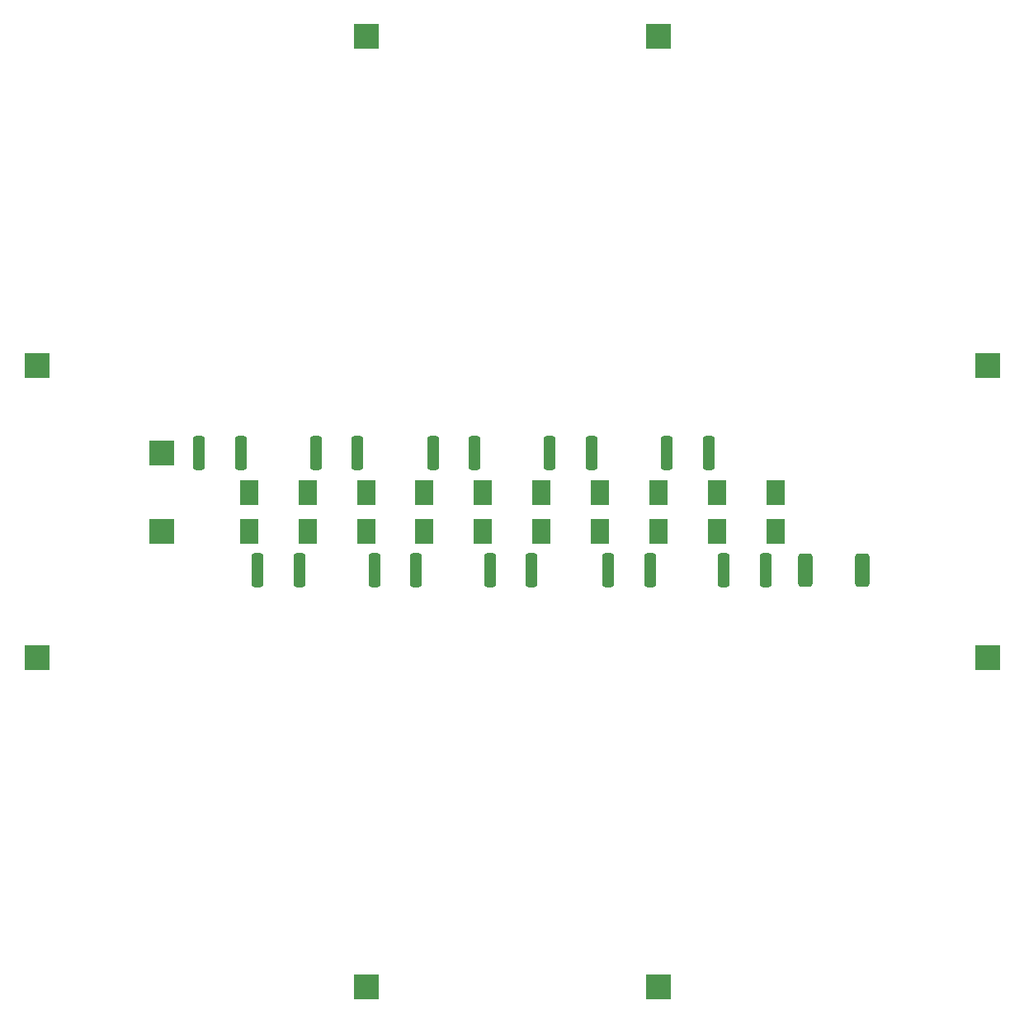
<source format=gbs>
G04 #@! TF.GenerationSoftware,KiCad,Pcbnew,6.0.0-d3dd2cf0fa~116~ubuntu20.04.1*
G04 #@! TF.CreationDate,2022-01-09T22:45:00+01:00*
G04 #@! TF.ProjectId,Statikplatte,53746174-696b-4706-9c61-7474652e6b69,rev?*
G04 #@! TF.SameCoordinates,Original*
G04 #@! TF.FileFunction,Soldermask,Bot*
G04 #@! TF.FilePolarity,Negative*
%FSLAX46Y46*%
G04 Gerber Fmt 4.6, Leading zero omitted, Abs format (unit mm)*
G04 Created by KiCad (PCBNEW 6.0.0-d3dd2cf0fa~116~ubuntu20.04.1) date 2022-01-09 22:45:00*
%MOMM*%
%LPD*%
G01*
G04 APERTURE LIST*
G04 Aperture macros list*
%AMRoundRect*
0 Rectangle with rounded corners*
0 $1 Rounding radius*
0 $2 $3 $4 $5 $6 $7 $8 $9 X,Y pos of 4 corners*
0 Add a 4 corners polygon primitive as box body*
4,1,4,$2,$3,$4,$5,$6,$7,$8,$9,$2,$3,0*
0 Add four circle primitives for the rounded corners*
1,1,$1+$1,$2,$3*
1,1,$1+$1,$4,$5*
1,1,$1+$1,$6,$7*
1,1,$1+$1,$8,$9*
0 Add four rect primitives between the rounded corners*
20,1,$1+$1,$2,$3,$4,$5,0*
20,1,$1+$1,$4,$5,$6,$7,0*
20,1,$1+$1,$6,$7,$8,$9,0*
20,1,$1+$1,$8,$9,$2,$3,0*%
G04 Aperture macros list end*
%ADD10RoundRect,0.301000X0.312500X1.450000X-0.312500X1.450000X-0.312500X-1.450000X0.312500X-1.450000X0*%
%ADD11RoundRect,0.051000X1.250000X1.250000X-1.250000X1.250000X-1.250000X-1.250000X1.250000X-1.250000X0*%
%ADD12RoundRect,0.051000X0.850000X-1.250000X0.850000X1.250000X-0.850000X1.250000X-0.850000X-1.250000X0*%
%ADD13RoundRect,0.051000X-0.850000X1.250000X-0.850000X-1.250000X0.850000X-1.250000X0.850000X1.250000X0*%
%ADD14RoundRect,0.301000X0.425000X1.425000X-0.425000X1.425000X-0.425000X-1.425000X0.425000X-1.425000X0*%
G04 APERTURE END LIST*
D10*
X123862500Y-106000000D03*
X128137500Y-106000000D03*
X129862500Y-94000000D03*
X134137500Y-94000000D03*
X135862500Y-106000000D03*
X140137500Y-106000000D03*
X141862500Y-94000000D03*
X146137500Y-94000000D03*
X147725000Y-106000000D03*
X152000000Y-106000000D03*
X153862500Y-94000000D03*
X158137500Y-94000000D03*
X159862500Y-106000000D03*
X164137500Y-106000000D03*
X165862500Y-94000000D03*
X170137500Y-94000000D03*
X171725000Y-106000000D03*
X176000000Y-106000000D03*
D11*
X114000000Y-94000000D03*
X135000000Y-148750000D03*
X114000000Y-102000000D03*
X198750000Y-85000000D03*
X135000000Y-51250000D03*
X165000000Y-148750000D03*
X165000000Y-51250000D03*
X198750000Y-115000000D03*
X101250000Y-115000000D03*
X101250000Y-85000000D03*
D12*
X177000000Y-98000000D03*
X177000000Y-102000000D03*
X129000000Y-97999999D03*
X129000000Y-101999999D03*
D13*
X135000000Y-102000000D03*
X135000000Y-98000000D03*
D12*
X141000000Y-98000000D03*
X141000000Y-102000000D03*
D13*
X147000000Y-102000000D03*
X147000000Y-98000000D03*
D12*
X153000000Y-97999999D03*
X153000000Y-101999999D03*
D13*
X159000000Y-102000001D03*
X159000000Y-98000001D03*
D12*
X165000000Y-98000000D03*
X165000000Y-102000000D03*
D13*
X171000000Y-102000000D03*
X171000000Y-98000000D03*
D10*
X117862500Y-94000000D03*
X122137500Y-94000000D03*
D14*
X180100000Y-106000000D03*
X185900000Y-106000000D03*
D13*
X123000000Y-102000000D03*
X123000000Y-98000000D03*
M02*

</source>
